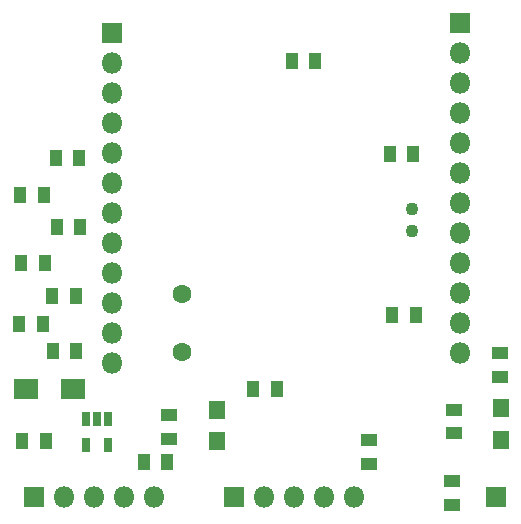
<source format=gbs>
G04 #@! TF.GenerationSoftware,KiCad,Pcbnew,5.1.6-c6e7f7d~87~ubuntu18.04.1*
G04 #@! TF.CreationDate,2020-08-15T23:02:31+05:30*
G04 #@! TF.ProjectId,stm32wb_Dev_v1,73746d33-3277-4625-9f44-65765f76312e,rev?*
G04 #@! TF.SameCoordinates,Original*
G04 #@! TF.FileFunction,Soldermask,Bot*
G04 #@! TF.FilePolarity,Negative*
%FSLAX46Y46*%
G04 Gerber Fmt 4.6, Leading zero omitted, Abs format (unit mm)*
G04 Created by KiCad (PCBNEW 5.1.6-c6e7f7d~87~ubuntu18.04.1) date 2020-08-15 23:02:31*
%MOMM*%
%LPD*%
G01*
G04 APERTURE LIST*
%ADD10R,2.100000X1.700000*%
%ADD11R,1.800000X1.800000*%
%ADD12R,1.100000X1.350000*%
%ADD13R,1.350000X1.100000*%
%ADD14O,1.800000X1.800000*%
%ADD15R,1.400000X1.600000*%
%ADD16R,0.750000X1.160000*%
%ADD17C,1.100000*%
%ADD18C,1.600000*%
G04 APERTURE END LIST*
D10*
X85256600Y-83022400D03*
X89256600Y-83022400D03*
D11*
X125067000Y-92130900D03*
D12*
X86911200Y-87355700D03*
X84911200Y-87355700D03*
D13*
X114262000Y-87313300D03*
X114262000Y-89313300D03*
D12*
X106472000Y-82974200D03*
X104472000Y-82974200D03*
X87851700Y-69242900D03*
X89851700Y-69242900D03*
X116046000Y-63086000D03*
X118046000Y-63086000D03*
X116241000Y-76692800D03*
X118241000Y-76692800D03*
D13*
X121346000Y-90815900D03*
X121346000Y-92815900D03*
X121450000Y-86739500D03*
X121450000Y-84739500D03*
X125382000Y-81942900D03*
X125382000Y-79942900D03*
D12*
X109742000Y-55250100D03*
X107742000Y-55250100D03*
X86641900Y-77477600D03*
X84641900Y-77477600D03*
X89767900Y-63413600D03*
X87767900Y-63413600D03*
X87503800Y-79806800D03*
X89503800Y-79806800D03*
D13*
X97312500Y-85217800D03*
X97312500Y-87217800D03*
D12*
X95221000Y-89156500D03*
X97221000Y-89156500D03*
X84758000Y-66555600D03*
X86758000Y-66555600D03*
X86852000Y-72298600D03*
X84852000Y-72298600D03*
X89479100Y-75148400D03*
X87479100Y-75148400D03*
D11*
X85905300Y-92151200D03*
D14*
X88445300Y-92151200D03*
X90985300Y-92151200D03*
X93525300Y-92151200D03*
X96065300Y-92151200D03*
X113022000Y-92115600D03*
X110482000Y-92115600D03*
X107942000Y-92115600D03*
X105402000Y-92115600D03*
D11*
X102862000Y-92115600D03*
D14*
X92514400Y-80789800D03*
X92514400Y-78249800D03*
X92514400Y-75709800D03*
X92514400Y-73169800D03*
X92514400Y-70629800D03*
X92514400Y-68089800D03*
X92514400Y-65549800D03*
X92514400Y-63009800D03*
X92514400Y-60469800D03*
X92514400Y-57929800D03*
X92514400Y-55389800D03*
D11*
X92514400Y-52849800D03*
X121953000Y-51968400D03*
D14*
X121953000Y-54508400D03*
X121953000Y-57048400D03*
X121953000Y-59588400D03*
X121953000Y-62128400D03*
X121953000Y-64668400D03*
X121953000Y-67208400D03*
X121953000Y-69748400D03*
X121953000Y-72288400D03*
X121953000Y-74828400D03*
X121953000Y-77368400D03*
X121953000Y-79908400D03*
D15*
X125435000Y-84607400D03*
X125435000Y-87307400D03*
X101420000Y-87435700D03*
X101420000Y-84735700D03*
D16*
X90309700Y-87704000D03*
X92209700Y-87704000D03*
X92209700Y-85504000D03*
X91259700Y-85504000D03*
X90309700Y-85504000D03*
D17*
X117912000Y-69639300D03*
X117912000Y-67739300D03*
D18*
X98470700Y-79883300D03*
X98470700Y-74983300D03*
M02*

</source>
